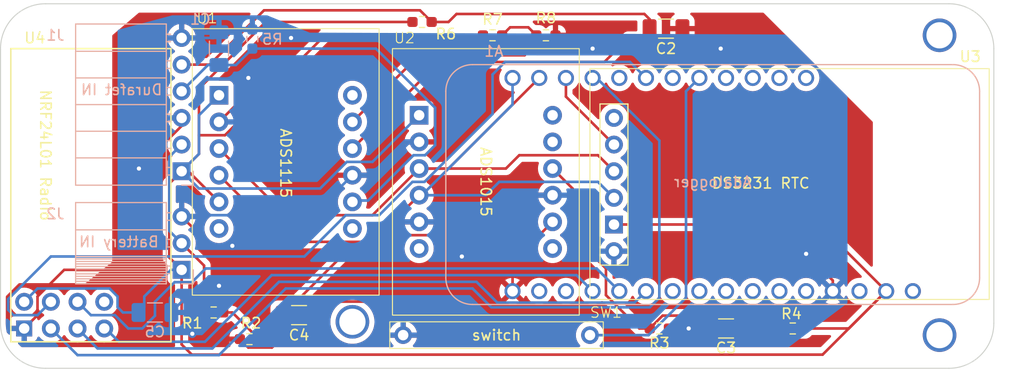
<source format=kicad_pcb>
(kicad_pcb (version 20221018) (generator pcbnew)
  (layers (0 "F.Cu" signal) (31 "B.Cu" signal) (34 "B.Paste" user) (35 "F.Paste" user) (36 "B.SilkS" user "B.Silkscreen") (37 "F.SilkS" user "F.Silkscreen") (38 "B.Mask" user) (39 "F.Mask" user) (44 "Edge.Cuts" user))
  (net 0 "")
  (net 1 "GND")
  (net 2 "Net-(A1-D6)")
  (net 3 "Net-(A1-D10)")
  (net 4 "SCK")
  (net 5 "MOSI")
  (net 6 "MISO")
  (net 8 "pH")
  (net 9 "Net-(U1-AIN3)")
  (net 10 "SDA")
  (net 11 "SCL")
  (net 12 "Net-(U2-AIN0)")
  (net 13 "Net-(U2-AIN2)")
  (net 15 "Net-(A1-D5)")
  (net 16 "Net-(A1-D12)")
  (net 17 "+BATT")
  (net 18 "-BATT")
  (net 37 "RTH_High")
  (footprint "Capacitor_SMD:C_1206_3216Metric_Pad1.33x1.80mm_HandSolder" (layer "F.Cu") (at 129.54 95.25)
    (fp_text reference "C4" (at 0 1.905) (layer "F.SilkS"))
    (fp_text value "C")
    (fp_line (start -0.711252 -0.91) (end 0.711252 -0.91) (stroke (width 0.12)) (layer "F.SilkS"))
    (fp_line (start -0.711252 0.91) (end 0.711252 0.91) (stroke (width 0.12)) (layer "F.SilkS"))
    (pad "1" smd roundrect (at -1.5625 0) (size 1.325 1.8) (layers "F.Cu" "F.Paste" "F.Mask") (roundrect_rratio 0.1886792453) (net 12 "Net-(U2-AIN0)"))
    (pad "2" smd roundrect (at 1.5625 0) (size 1.325 1.8) (layers "F.Cu" "F.Paste" "F.Mask") (roundrect_rratio 0.1886792453) (net 1 "GND"))
  )
  (footprint "Library:REED_amelia" (layer "F.Cu") (at 148.336 97.155)
    (fp_text reference "SW1" (at 10.414 -2.159 unlocked) (layer "F.SilkS") (effects (font (thickness 0.1))))
    (fp_text value "SW_Reed")
    (fp_rect (start -10.16 -1.27) (end 10.16 1.27) (stroke (width 0.1)) (fill none) (layer "F.SilkS"))
    (pad "1" thru_hole circle (at -8.89 0 90) (size 1.6764 1.6764) (drill 1) (layers "*.Cu" "*.Mask") (net 1 "GND"))
    (pad "2" thru_hole circle (at 8.89 0 90) (size 1.6764 1.6764) (drill 1) (layers "*.Cu" "*.Mask") (net 16 "Net-(A1-D12)"))
  )
  (footprint "Library:mountinghole_amelia" (layer "F.Cu") (at 190.5 68.58)
    (fp_text reference "REF**" hide)
    (fp_text value "mountinghole_amelia")
    (pad "P$1" thru_hole circle (at 0 0) (size 3.2 3.2) (drill 2.5) (layers "*.Cu" "*.Mask"))
  )
  (footprint "Resistor_SMD:R_0603_1608Metric_Pad0.98x0.95mm_HandSolder" (layer "F.Cu") (at 176.53 96.52 180)
    (fp_text reference "R4" (at 0.127 1.397) (layer "F.SilkS"))
    (fp_text value "R_US")
    (fp_line (start -0.254724 -0.5225) (end 0.254724 -0.5225) (stroke (width 0.12)) (layer "F.SilkS"))
    (fp_line (start -0.254724 0.5225) (end 0.254724 0.5225) (stroke (width 0.12)) (layer "F.SilkS"))
    (pad "1" smd roundrect (at -0.9125 0 180) (size 0.975 0.95) (layers "F.Cu" "F.Paste" "F.Mask") (net 17 "+BATT"))
    (pad "2" smd roundrect (at 0.9125 0 180) (size 0.975 0.95) (layers "F.Cu" "F.Paste" "F.Mask") (net 13 "Net-(U2-AIN2)"))
  )
  (footprint "Library:ADC_amelia_nomount" (layer "F.Cu") (at 128.27 80.645 -90)
    (fp_text reference "U1" (at -13.716 7.493 unlocked) (layer "F.SilkS") (effects (font (thickness 0.1))))
    (fp_text value "ADS_Ritger")
    (fp_rect (start -12.7 -8.89) (end 12.7 8.89) (stroke (width 0.1)) (fill none) (layer "F.SilkS"))
    (pad "1" thru_hole rect (at -6.35 6.35) (size 1.778 1.778) (drill 1) (layers "*.Cu" "*.Mask") (net 17 "+BATT"))
    (pad "2" thru_hole circle (at -3.81 6.35) (size 1.778 1.778) (drill 1) (layers "*.Cu" "*.Mask") (net 1 "GND"))
    (pad "3" thru_hole circle (at -1.27 6.35) (size 1.778 1.778) (drill 1) (layers "*.Cu" "*.Mask") (net 11 "SCL"))
    (pad "4" thru_hole circle (at 1.27 6.35) (size 1.778 1.778) (drill 1) (layers "*.Cu" "*.Mask") (net 10 "SDA"))
    (pad "5" thru_hole circle (at 3.81 6.35) (size 1.778 1.778) (drill 1) (layers "*.Cu" "*.Mask") (net 17 "+BATT"))
    (pad "6" thru_hole circle (at 6.35 6.35) (size 1.778 1.778) (drill 1) (layers "*.Cu" "*.Mask"))
    (pad "7" thru_hole circle (at -6.35 -6.35) (size 1.778 1.778) (drill 1) (layers "*.Cu" "*.Mask"))
    (pad "8" thru_hole circle (at -3.81 -6.35) (size 1.778 1.778) (drill 1) (layers "*.Cu" "*.Mask") (net 9 "Net-(U1-AIN3)"))
    (pad "9" thru_hole circle (at -1.27 -6.35) (size 1.778 1.778) (drill 1) (layers "*.Cu" "*.Mask") (net 37 "RTH_High"))
    (pad "10" thru_hole circle (at 1.27 -6.35) (size 1.778 1.778) (drill 1) (layers "*.Cu" "*.Mask") (net 1 "GND"))
    (pad "11" thru_hole circle (at 3.81 -6.35) (size 1.778 1.778) (drill 1) (layers "*.Cu" "*.Mask") (net 8 "pH"))
    (pad "12" thru_hole circle (at 6.35 -6.35) (size 1.778 1.778) (drill 1) (layers "*.Cu" "*.Mask"))
  )
  (footprint "Resistor_SMD:R_0603_1608Metric_Pad0.98x0.95mm_HandSolder" (layer "F.Cu") (at 153.035 68.58 180)
    (fp_text reference "R8" (at 0 1.651 180) (layer "F.SilkS"))
    (fp_text value "R_US")
    (fp_line (start -0.254724 -0.5225) (end 0.254724 -0.5225) (stroke (width 0.12)) (layer "F.SilkS"))
    (fp_line (start -0.254724 0.5225) (end 0.254724 0.5225) (stroke (width 0.12)) (layer "F.SilkS"))
    (pad "1" smd roundrect (at -0.9125 0 180) (size 0.975 0.95) (layers "F.Cu" "F.Paste" "F.Mask") (net 1 "GND"))
    (pad "2" smd roundrect (at 0.9125 0 180) (size 0.975 0.95) (layers "F.Cu" "F.Paste" "F.Mask") (net 9 "Net-(U1-AIN3)"))
  )
  (footprint "Capacitor_SMD:C_1206_3216Metric_Pad1.33x1.80mm_HandSolder" (layer "F.Cu") (at 164.465 67.945)
    (fp_text reference "C2" (at 0 1.905) (layer "F.SilkS"))
    (fp_text value "C")
    (fp_line (start -0.711252 -0.91) (end 0.711252 -0.91) (stroke (width 0.12)) (layer "F.SilkS"))
    (fp_line (start -0.711252 0.91) (end 0.711252 0.91) (stroke (width 0.12)) (layer "F.SilkS"))
    (pad "1" smd roundrect (at -1.5625 0) (size 1.325 1.8) (layers "F.Cu" "F.Paste" "F.Mask") (roundrect_rratio 0.1886792453) (net 37 "RTH_High"))
    (pad "2" smd roundrect (at 1.5625 0) (size 1.325 1.8) (layers "F.Cu" "F.Paste" "F.Mask") (roundrect_rratio 0.1886792453) (net 1 "GND"))
  )
  (footprint "Resistor_SMD:R_0603_1608Metric_Pad0.98x0.95mm_HandSolder" (layer "F.Cu") (at 163.83 96.52)
    (fp_text reference "R3" (at 0 1.397) (layer "F.SilkS"))
    (fp_text value "R_US")
    (fp_line (start -0.254724 -0.5225) (end 0.254724 -0.5225) (stroke (width 0.12)) (layer "F.SilkS"))
    (fp_line (start -0.254724 0.5225) (end 0.254724 0.5225) (stroke (width 0.12)) (layer "F.SilkS"))
    (pad "1" smd roundrect (at -0.9125 0) (size 0.975 0.95) (layers "F.Cu" "F.Paste" "F.Mask") (net 13 "Net-(U2-AIN2)"))
    (pad "2" smd roundrect (at 0.9125 0) (size 0.975 0.95) (layers "F.Cu" "F.Paste" "F.Mask") (net 1 "GND"))
  )
  (footprint "Library:mountinghole_amelia" (layer "F.Cu") (at 190.5 97.155)
    (fp_text reference "REF**" hide)
    (fp_text value "mountinghole_amelia")
    (pad "P$1" thru_hole circle (at 0 0) (size 3.2 3.2) (drill 2.5) (layers "*.Cu" "*.Mask"))
  )
  (footprint "Library:DS3231RTC_amelia" (layer "F.Cu") (at 159.258 73.944)
    (fp_text reference "U3" (at 34.163 -3.332) (layer "F.SilkS"))
    (fp_text value "DS3231MZ")
    (fp_line (start -1.076 1.18) (end -1.076 16.54) (stroke (width 0.12)) (layer "F.SilkS"))
    (fp_line (start -1.076 1.18) (end 1.584 1.18) (stroke (width 0.12)) (layer "F.SilkS"))
    (fp_line (start -1.076 16.54) (end 1.584 16.54) (stroke (width 0.12)) (layer "F.SilkS"))
    (fp_line (start 0.254 1.18) (end 1.584 1.18) (stroke (width 0.12)) (layer "F.SilkS"))
    (fp_line (start 1.584 1.18) (end 1.584 2.51) (stroke (width 0.12)) (layer "F.SilkS"))
    (fp_line (start 1.584 1.18) (end 1.584 16.54) (stroke (width 0.12)) (layer "F.SilkS"))
    (fp_rect (start -2.032 -2.188) (end 35.968 19.812) (stroke (width 0.1)) (fill none) (layer "F.SilkS"))
    (pad "1" thru_hole circle (at 0.254 2.51) (size 1.7 1.7) (drill 1) (layers "*.Cu" "*.Mask"))
    (pad "2" thru_hole oval (at 0.254 5.05) (size 1.7 1.7) (drill 1) (layers "*.Cu" "*.Mask") (net 15 "Net-(A1-D5)"))
    (pad "3" thru_hole oval (at 0.254 7.59) (size 1.7 1.7) (drill 1) (layers "*.Cu" "*.Mask") (net 11 "SCL"))
    (pad "4" thru_hole oval (at 0.254 10.13) (size 1.7 1.7) (drill 1) (layers "*.Cu" "*.Mask") (net 10 "SDA"))
    (pad "5" thru_hole rect (at 0.254 12.67) (size 1.7 1.7) (drill 1) (layers "*.Cu" "*.Mask") (net 17 "+BATT"))
    (pad "6" thru_hole oval (at 0.254 15.21) (size 1.7 1.7) (drill 1) (layers "*.Cu" "*.Mask") (net 1 "GND"))
  )
  (footprint "Library:ADC_amelia_nomount" (layer "F.Cu") (at 147.32 82.55 -90)
    (fp_text reference "U2" (at -13.716 7.747 unlocked) (layer "F.SilkS") (effects (font (thickness 0.1))))
    (fp_text value "ADS_Ritger")
    (fp_rect (start -12.7 -8.89) (end 12.7 8.89) (stroke (width 0.1)) (fill none) (layer "F.SilkS"))
    (pad "1" thru_hole rect (at -6.35 6.35) (size 1.778 1.778) (drill 1) (layers "*.Cu" "*.Mask") (net 17 "+BATT"))
    (pad "2" thru_hole circle (at -3.81 6.35) (size 1.778 1.778) (drill 1) (layers "*.Cu" "*.Mask") (net 1 "GND"))
    (pad "3" thru_hole circle (at -1.27 6.35) (size 1.778 1.778) (drill 1) (layers "*.Cu" "*.Mask") (net 11 "SCL"))
    (pad "4" thru_hole circle (at 1.27 6.35) (size 1.778 1.778) (drill 1) (layers "*.Cu" "*.Mask") (net 10 "SDA"))
    (pad "5" thru_hole circle (at 3.81 6.35) (size 1.778 1.778) (drill 1) (layers "*.Cu" "*.Mask") (net 1 "GND"))
    (pad "6" thru_hole circle (at 6.35 6.35) (size 1.778 1.778) (drill 1) (layers "*.Cu" "*.Mask"))
    (pad "7" thru_hole circle (at -6.35 -6.35) (size 1.778 1.778) (drill 1) (layers "*.Cu" "*.Mask"))
    (pad "8" thru_hole circle (at -3.81 -6.35) (size 1.778 1.778) (drill 1) (layers "*.Cu" "*.Mask"))
    (pad "9" thru_hole circle (at -1.27 -6.35) (size 1.778 1.778) (drill 1) (layers "*.Cu" "*.Mask") (net 13 "Net-(U2-AIN2)"))
    (pad "10" thru_hole circle (at 1.27 -6.35) (size 1.778 1.778) (drill 1) (layers "*.Cu" "*.Mask") (net 1 "GND"))
    (pad "11" thru_hole circle (at 3.81 -6.35) (size 1.778 1.778) (drill 1) (layers "*.Cu" "*.Mask") (net 12 "Net-(U2-AIN0)"))
    (pad "12" thru_hole circle (at 6.35 -6.35) (size 1.778 1.778) (drill 1) (layers "*.Cu" "*.Mask"))
  )
  (footprint "Resistor_SMD:R_0603_1608Metric_Pad0.98x0.95mm_HandSolder" (layer "F.Cu") (at 121.412 94.996)
    (fp_text reference "R1" (at -2.032 1.016) (layer "F.SilkS"))
    (fp_text value "R_US")
    (fp_line (start -0.254724 -0.5225) (end 0.254724 -0.5225) (stroke (width 0.12)) (layer "F.SilkS"))
    (fp_line (start -0.254724 0.5225) (end 0.254724 0.5225) (stroke (width 0.12)) (layer "F.SilkS"))
    (pad "1" smd roundrect (at -0.9125 0) (size 0.975 0.95) (layers "F.Cu" "F.Paste" "F.Mask") (net 18 "-BATT"))
    (pad "2" smd roundrect (at 0.9125 0) (size 0.975 0.95) (layers "F.Cu" "F.Paste" "F.Mask") (net 12 "Net-(U2-AIN0)"))
  )
  (footprint "Library:mountinghole_amelia" (layer "F.Cu") (at 134.62 95.885)
    (fp_text reference "REF**" hide)
    (fp_text value "mountinghole_amelia")
    (pad "P$1" thru_hole circle (at 0 0) (size 3.2 3.2) (drill 2.5) (layers "*.Cu" "*.Mask"))
  )
  (footprint "Capacitor_SMD:C_1206_3216Metric_Pad1.33x1.80mm_HandSolder" (layer "F.Cu") (at 170.18 96.52 180)
    (fp_text reference "C3" (at 0 -1.85) (layer "F.SilkS"))
    (fp_text value "C")
    (fp_line (start -0.711252 -0.91) (end 0.711252 -0.91) (stroke (width 0.12)) (layer "F.SilkS"))
    (fp_line (start -0.711252 0.91) (end 0.711252 0.91) (stroke (width 0.12)) (layer "F.SilkS"))
    (pad "1" smd roundrect (at -1.5625 0 180) (size 1.325 1.8) (layers "F.Cu" "F.Paste" "F.Mask") (roundrect_rratio 0.1886792453) (net 13 "Net-(U2-AIN2)"))
    (pad "2" smd roundrect (at 1.5625 0 180) (size 1.325 1.8) (layers "F.Cu" "F.Paste" "F.Mask") (roundrect_rratio 0.1886792453) (net 1 "GND"))
  )
  (footprint "Resistor_SMD:R_0603_1608Metric_Pad0.98x0.95mm_HandSolder" (layer "F.Cu") (at 147.955 68.58 180)
    (fp_text reference "R7" (at 0 1.524 180) (layer "F.SilkS"))
    (fp_text value "R_US")
    (fp_line (start -0.254724 -0.5225) (end 0.254724 -0.5225) (stroke (width 0.12)) (layer "F.SilkS"))
    (fp_line (start -0.254724 0.5225) (end 0.254724 0.5225) (stroke (width 0.12)) (layer "F.SilkS"))
    (pad "1" smd roundrect (at -0.9125 0 180) (size 0.975 0.95) (layers "F.Cu" "F.Paste" "F.Mask") (net 9 "Net-(U1-AIN3)"))
    (pad "2" smd roundrect (at 0.9125 0 180) (size 0.975 0.95) (layers "F.Cu" "F.Paste" "F.Mask") (net 17 "+BATT"))
  )
  (footprint "Resistor_SMD:R_0603_1608Metric_Pad0.98x0.95mm_HandSolder" (layer "F.Cu") (at 124.8175 97.536 180)
    (fp_text reference "R2" (at -0.1505 1.524) (layer "F.SilkS"))
    (fp_text value "R_US")
    (fp_line (start -0.254724 -0.5225) (end 0.254724 -0.5225) (stroke (width 0.12)) (layer "F.SilkS"))
    (fp_line (start -0.254724 0.5225) (end 0.254724 0.5225) (stroke (width 0.12)) (layer "F.SilkS"))
    (pad "1" smd roundrect (at -0.9125 0 180) (size 0.975 0.95) (layers "F.Cu" "F.Paste" "F.Mask") (net 12 "Net-(U2-AIN0)"))
    (pad "2" smd roundrect (at 0.9125 0 180) (size 0.975 0.95) (layers "F.Cu" "F.Paste" "F.Mask") (net 1 "GND"))
  )
  (footprint "Library:NRF24L01Module" (layer "F.Cu") (at 105.918 93.98 90)
    (fp_text reference "U4" (at 25.146 -1.524) (layer "F.SilkS"))
    (fp_text value "NRF24L01_Breakout")
    (fp_line (start -3.81 -3.81) (end -3.81 11.43) (stroke (width 0.15)) (layer "F.SilkS"))
    (fp_line (start -3.81 11.43) (end 24.13 11.43) (stroke (width 0.15)) (layer "F.SilkS"))
    (fp_line (start 24.13 -3.81) (end -3.81 -3.81) (stroke (width 0.15)) (layer "F.SilkS"))
    (fp_line (start 24.13 11.43) (end 24.13 -3.81) (stroke (width 0.15)) (layer "F.SilkS"))
    (pad "1" thru_hole rect (at -2.54 -2.54 90) (size 1.524 1.524) (drill 1) (layers "*.Cu" "*.Mask") (net 1 "GND"))
    (pad "2" thru_hole circle (at 0 -2.54 90) (size 1.7 1.7) (drill 1) (layers "*.Cu" "*.Mask") (net 17 "+BATT"))
    (pad "3" thru_hole circle (at -2.54 0 90) (size 1.7 1.7) (drill 1) (layers "*.Cu" "*.Mask") (net 2 "Net-(A1-D6)"))
    (pad "4" thru_hole circle (at 0 0 90) (size 1.7 1.7) (drill 1) (layers "*.Cu" "*.Mask") (net 3 "Net-(A1-D10)"))
    (pad "5" thru_hole circle (at -2.54 2.54 90) (size 1.7 1.7) (drill 1) (layers "*.Cu" "*.Mask") (net 4 "SCK"))
    (pad "6" thru_hole circle (at 0 2.54 90) (size 1.7 1.7) (drill 1) (layers "*.Cu" "*.Mask") (net 5 "MOSI"))
    (pad "7" thru_hole circle (at -2.54 5.08 90) (size 1.7 1.7) (drill 1) (layers "*.Cu" "*.Mask") (net 6 "MISO"))
    (pad "8" thru_hole circle (at 0 5.08 90) (size 1.7 1.7) (drill 1) (layers "*.Cu" "*.Mask"))
  )
  (footprint "Resistor_SMD:R_0603_1608Metric_Pad0.98x0.95mm_HandSolder" (layer "F.Cu") (at 141.2475 67.31)
    (fp_text reference "R6" (at 2.2625 1.143) (layer "F.SilkS"))
    (fp_text value "R_US")
    (fp_line (start -0.254724 -0.5225) (end 0.254724 -0.5225) (stroke (width 0.12)) (layer "F.SilkS"))
    (fp_line (start -0.254724 0.5225) (end 0.254724 0.5225) (stroke (width 0.12)) (layer "F.SilkS"))
    (pad "1" smd roundrect (at -0.9125 0) (size 0.975 0.95) (layers "F.Cu" "F.Paste" "F.Mask") (net 17 "+BATT"))
    (pad "2" smd roundrect (at 0.9125 0) (size 0.975 0.95) (layers "F.Cu" "F.Paste" "F.Mask") (net 37 "RTH_High"))
  )
  (footprint "Connector_PinSocket_2.54mm:PinSocket_1x03_P2.54mm_Horizontal" (layer "B.Cu") (at 118.364 90.932)
    (fp_text reference "J2" (at -12.02 -5.334 -360) (layer "B.SilkS") (effects (justify mirror)))
    (fp_text value "Conn_01x03_Pin")
    (fp_line (start -10.09 -6.41) (end -1.46 -6.41) (stroke (width 0.12)) (layer "B.SilkS"))
    (fp_line (start -10.09 -3.81) (end -1.46 -3.81) (stroke (width 0.12)) (layer "B.SilkS"))
    (fp_line (start -10.09 -1.27) (end -1.46 -1.27) (stroke (width 0.12)) (layer "B.SilkS"))
    (fp_line (start -10.09 -1.033805) (end -1.46 -1.033805) (stroke (width 0.12)) (layer "B.SilkS"))
    (fp_line (start -10.09 -0.797615) (end -1.46 -0.797615) (stroke (width 0.12)) (layer "B.SilkS"))
    (fp_line (start -10.09 -0.561425) (end -1.46 -0.561425) (stroke (width 0.12)) (layer "B.SilkS"))
    (fp_line (start -10.09 -0.325235) (end -1.46 -0.325235) (stroke (width 0.12)) (layer "B.SilkS"))
    (fp_line (start -10.09 -0.089045) (end -1.46 -0.089045) (stroke (width 0.12)) (layer "B.SilkS"))
    (fp_line (start -10.09 0.147145) (end -1.46 0.147145) (stroke (width 0.12)) (layer "B.SilkS"))
    (fp_line (start -10.09 0.383335) (end -1.46 0.383335) (stroke (width 0.12)) (layer "B.SilkS"))
    (fp_line (start -10.09 0.619525) (end -1.46 0.619525) (stroke (width 0.12)) (layer "B.SilkS"))
    (fp_line (start -10.09 0.855715) (end -1.46 0.855715) (stroke (width 0.12)) (layer "B.SilkS"))
    (fp_line (start -10.09 1.091905) (end -1.46 1.091905) (stroke (width 0.12)) (layer "B.SilkS"))
    (fp_line (start -10.09 1.33) (end -10.09 -6.41) (stroke (width 0.12)) (layer "B.SilkS"))
    (fp_line (start -10.09 1.33) (end -1.46 1.33) (stroke (width 0.12)) (layer "B.SilkS"))
    (fp_line (start -1.46 -5.44) (end -1.05 -5.44) (stroke (width 0.12)) (layer "B.SilkS"))
    (fp_line (start -1.46 -4.72) (end -1.05 -4.72) (stroke (width 0.12)) (layer "B.SilkS"))
    (fp_line (start -1.46 -2.9) (end -1.05 -2.9) (stroke (width 0.12)) (layer "B.SilkS"))
    (fp_line (start -1.46 -2.18) (end -1.05 -2.18) (stroke (width 0.12)) (layer "B.SilkS"))
    (fp_line (start -1.46 -0.36) (end -1.11 -0.36) (stroke (width 0.12)) (layer "B.SilkS"))
    (fp_line (start -1.46 0.36) (end -1.11 0.36) (stroke (width 0.12)) (layer "B.SilkS"))
    (fp_line (start -1.46 1.33) (end -1.46 -6.41) (stroke (width 0.12)) (layer "B.SilkS"))
    (fp_line (start 0 1.33) (end 1.11 1.33) (stroke (width 0.12)) (layer "B.SilkS"))
    (fp_line (start 1.11 1.33) (end 1.11 0) (stroke (width 0.12)) (layer "B.SilkS"))
    (pad "1" thru_hole rect (at 0 0) (size 1.7 1.7) (drill 1) (layers "*.Cu" "*.Mask") (net 17 "+BATT"))
    (pad "2" thru_hole oval (at 0 -2.54) (size 1.7 1.7) (drill 1) (layers "*.Cu" "*.Mask") (net 18 "-BATT"))
    (pad "3" thru_hole oval (at 0 -5.08) (size 1.7 1.7) (drill 1) (layers "*.Cu" "*.Mask") (net 1 "GND"))
  )
  (footprint "Resistor_SMD:R_0603_1608Metric_Pad0.98x0.95mm_HandSolder" (layer "B.Cu") (at 125.095 68.9375 90)
    (fp_text reference "R5" (at -0.0235 1.905) (layer "B.SilkS") (effects (justify mirror)))
    (fp_text value "R_US")
    (fp_line (start -0.254724 -0.5225) (end 0.254724 -0.5225) (stroke (width 0.12)) (layer "B.SilkS"))
    (fp_line (start -0.254724 0.5225) (end 0.254724 0.5225) (stroke (width 0.12)) (layer "B.SilkS"))
    (pad "1" smd roundrect (at -0.9125 0 90) (size 0.975 0.95) (layers "B.Cu" "B.Paste" "B.Mask") (net 8 "pH"))
    (pad "2" smd roundrect (at 0.9125 0 90) (size 0.975 0.95) (layers "B.Cu" "B.Paste" "B.Mask") (net 1 "GND"))
  )
  (footprint "Library:Adalogger_amelia_nomount" (layer "B.Cu") (at 168.91 82.804 180)
    (fp_text reference "A1" (at 20.828 12.7) (layer "B.SilkS") (effects (justify mirror)))
    (fp_text value "Adafruit_Feather_M0_Adalogger")
    (fp_line (start -25.4 -8.89) (end -25.4 8.89) (stroke (width 0.127)) (layer "B.SilkS"))
    (fp_line (start -22.86 11.43) (end 22.86 11.43) (stroke (width 0.127)) (layer "B.SilkS"))
    (fp_line (start 22.86 -11.43) (end -22.86 -11.43) (stroke (width 0.127)) (layer "B.SilkS"))
    (fp_line (start 25.4 8.89) (end 25.4 -8.89) (stroke (width 0.127)) (layer "B.SilkS"))
    (fp_arc (start -25.4 -8.89) (mid -24.656051 -10.686051) (end -22.86 -11.43) (stroke (width 0.127)) (layer "B.SilkS"))
    (fp_arc (start -22.86 11.43) (mid -24.656051 10.686051) (end -25.4 8.89) (stroke (width 0.127)) (layer "B.SilkS"))
    (fp_arc (start 22.86 -11.43) (mid 24.656051 -10.686051) (end 25.4 -8.89) (stroke (width 0.127)) (layer "B.SilkS"))
    (fp_arc (start 25.4 8.89) (mid 24.656051 10.686051) (end 22.86 11.43) (stroke (width 0.127)) (layer "B.SilkS"))
    (pad "1" thru_hole circle (at -19.05 -10.16 180) (size 1.53 1.53) (drill 1.02) (layers "*.Cu" "*.Mask"))
    (pad "2" thru_hole circle (at -16.51 -10.16 180) (size 1.53 1.53) (drill 1.02) (layers "*.Cu" "*.Mask") (net 17 "+BATT"))
    (pad "3" thru_hole circle (at -13.97 -10.16 180) (size 1.53 1.53) (drill 1.02) (layers "*.Cu" "*.Mask"))
    (pad "4" thru_hole circle (at -11.43 -10.16 180) (size 1.53 1.53) (drill 1.02) (layers "*.Cu" "*.Mask") (net 1 "GND"))
    (pad "5" thru_hole circle (at -8.89 -10.16 180) (size 1.53 1.53) (drill 1.02) (layers "*.Cu" "*.Mask"))
    (pad "6" thru_hole circle (at -6.35 -10.16 180) (size 1.53 1.53) (drill 1.02) (layers "*.Cu" "*.Mask"))
    (pad "7" thru_hole circle (at -3.81 -10.16 180) (size 1.53 1.53) (drill 1.02) (layers "*.Cu" "*.Mask"))
    (pad "8" thru_hole circle (at -1.27 -10.16 180) (size 1.53 1.53) (drill 1.02) (layers "*.Cu" "*.Mask"))
    (pad "9" thru_hole circle (at 1.27 -10.16 180) (size 1.53 1.53) (drill 1.02) (layers "*.Cu" "*.Mask"))
    (pad "10" thru_hole circle (at 3.81 -10.16 180) (size 1.53 1.53) (drill 1.02) (layers "*.Cu" "*.Mask"))
    (pad "11" thru_hole circle (at 6.35 -10.16 180) (size 1.53 1.53) (drill 1.02) (layers "*.Cu" "*.Mask") (net 4 "SCK"))
    (pad "12" thru_hole circle (at 8.89 -10.16 180) (size 1.53 1.53) (drill 1.02) (layers "*.Cu" "*.Mask") (net 5 "MOSI"))
    (pad "13" thru_hole circle (at 11.43 -10.16 180) (size 1.53 1.53) (drill 1.02) (layers "*.Cu" "*.Mask") (net 6 "MISO"))
    (pad "14" thru_hole circle (at 13.97 -10.16 180) (size 1.53 1.53) (drill 1.02) (layers "*.Cu" "*.Mask"))
    (pad "15" thru_hole circle (at 16.51 -10.16 180) (size 1.53 1.53) (drill 1.02) (layers "*.Cu" "*.Mask"))
    (pad "16" thru_hole circle (at 19.05 -10.16 180) (size 1.53 1.53) (drill 1.02) (layers "*.Cu" "*.Mask") (net 1 "GND"))
    (pad "17" thru_hole circle (at 19.05 10.16 180) (size 1.53 1.53) (drill 1.02) (layers "*.Cu" "*.Mask") (net 10 "SDA"))
    (pad "18" thru_hole circle (at 16.51 10.16 180) (size 1.53 1.53) (drill 1.02) (layers "*.Cu" "*.Mask") (net 11 "SCL"))
    (pad "19" thru_hole circle (at 13.97 10.16 180) (size 1.53 1.53) (drill 1.02) (layers "*.Cu" "*.Mask") (net 15 "Net-(A1-D5)"))
    (pad "20" thru_hole circle (at 11.43 10.16 180) (size 1.53 1.53) (drill 1.02) (layers "*.Cu" "*.Mask") (net 2 "Net-(A1-D6)"))
    (pad "21" thru_hole circle (at 8.89 10.16 180) (size 1.53 1.53) (drill 1.02) (layers "*.Cu" "*.Mask"))
    (pad "22" thru_hole circle (at 6.35 10.16 180) (size 1.53 1.53) (drill 1.02) (layers "*.Cu" "*.Mask") (net 3 "Net-(A1-D10)"))
    (pad "23" thru_hole circle (at 3.81 10.16 180) (size 1.53 1.53) (drill 1.02) (layers "*.Cu" "*.Mask"))
    (pad "24" thru_hole circle (at 1.27 10.16 180) (size 1.53 1.53) (drill 1.02) (layers "*.Cu" "*.Mask") (net 16 "Net-(A1-D12)"))
    (pad "25" thru_hole circle (at -1.27 10.16 180) (size 1.53 1.53) (drill 1.02) (layers "*.Cu" "*.Mask"))
    (pad "26" thru_hole circle (at -3.81 10.16 180) (size 1.53 1.53) (drill 1.02) (layers "*.Cu" "*.Mask"))
    (pad "27" thru_hole circle (at -6.35 10.16 180) (size 1.53 1.53) (drill 1.02) (layers "*.Cu" "*.Mask"))
    (pad "28" thru_hole circle (at -8.89 10.16 180) (size 1.53 1.53) (drill 1.02) (layers "*.Cu" "*.Mask"))
  )
  (footprint "Capacitor_SMD:C_1206_3216Metric_Pad1.33x1.80mm_HandSolder" (layer "B.Cu") (at 115.824 94.996)
    (fp_text reference "C5" (at 0 1.85 180) (layer "B.SilkS") (effects (justify mirror)))
    (fp_text value "C")
    (fp_line (start -0.711252 -0.91) (end 0.711252 -0.91) (stroke (width 0.12)) (layer "B.SilkS"))
    (fp_line (start -0.711252 0.91) (end 0.711252 0.91) (stroke (width 0.12)) (layer "B.SilkS"))
    (pad "1" smd roundrect (at -1.5625 0) (size 1.325 1.8) (layers "B.Cu" "B.Paste" "B.Mask") (roundrect_rratio 0.1886792453) (net 17 "+BATT"))
    (pad "2" smd roundrect (at 1.5625 0) (size 1.325 1.8) (layers "B.Cu" "B.Paste" "B.Mask") (roundrect_rratio 0.1886792453) (net 1 "GND"))
  )
  (footprint "Connector_PinSocket_2.54mm:PinSocket_1x06_P2.54mm_Horizontal" (layer "B.Cu") (at 118.364 81.534)
    (fp_text reference "J1" (at -12.02 -12.954) (layer "B.SilkS") (effects (justify mirror)))
    (fp_text value "Conn_01x06_Pin")
    (fp_line (start -10.09 -14.03) (end -1.46 -14.03) (stroke (width 0.12)) (layer "B.SilkS"))
    (fp_line (start -10.09 -11.43) (end -1.46 -11.43) (stroke (width 0.12)) (layer "B.SilkS"))
    (fp_line (start -10.09 -8.89) (end -1.46 -8.89) (stroke (width 0.12)) (layer "B.SilkS"))
    (fp_line (start -10.09 -6.35) (end -1.46 -6.35) (stroke (width 0.12)) (layer "B.SilkS"))
    (fp_line (start -10.09 -3.81) (end -1.46 -3.81) (stroke (width 0.12)) (layer "B.SilkS"))
    (fp_line (start -10.09 -1.27) (end -1.46 -1.27) (stroke (width 0.12)) (layer "B.SilkS"))
    (fp_line (start -10.09 1.33) (end -10.09 -14.03) (stroke (width 0.12)) (layer "B.SilkS"))
    (fp_line (start -10.09 1.33) (end -1.46 1.33) (stroke (width 0.12)) (layer "B.SilkS"))
    (fp_line (start -1.46 -13.06) (end -1.05 -13.06) (stroke (width 0.12)) (layer "B.SilkS"))
    (fp_line (start -1.46 -12.34) (end -1.05 -12.34) (stroke (width 0.12)) (layer "B.SilkS"))
    (fp_line (start -1.46 -10.52) (end -1.05 -10.52) (stroke (width 0.12)) (layer "B.SilkS"))
    (fp_line (start -1.46 -9.8) (end -1.05 -9.8) (stroke (width 0.12)) (layer "B.SilkS"))
    (fp_line (start -1.46 -7.98) (end -1.05 -7.98) (stroke (width 0.12)) (layer "B.SilkS"))
    (fp_line (start -1.46 -7.26) (end -1.05 -7.26) (stroke (width 0.12)) (layer "B.SilkS"))
    (fp_line (start -1.46 -5.44) (end -1.05 -5.44) (stroke (width 0.12)) (layer "B.SilkS"))
    (fp_line (start -1.46 -4.72) (end -1.05 -4.72) (stroke (width 0.12)) (layer "B.SilkS"))
    (fp_line (start -1.46 -2.9) (end -1.05 -2.9) (stroke (width 0.12)) (layer "B.SilkS"))
    (fp_line (start -1.46 -2.18) (end -1.05 -2.18) (stroke (width 0.12)) (layer "B.SilkS"))
    (fp_line (start -1.46 -0.36) (end -1.11 -0.36) (stroke (width 0.12)) (layer "B.SilkS"))
    (fp_line (start -1.46 0.36) (end -1.11 0.36) (stroke (width 0.12)) (layer "B.SilkS"))
    (fp_line (start -1.46 1.33) (end -1.46 -14.03) (stroke (width 0.12)) (layer "B.SilkS"))
    (fp_line (start 0 1.33) (end 1.11 1.33) (stroke (width 0.12)) (layer "B.SilkS"))
    (fp_line (start 1.11 1.33) (end 1.11 0) (stroke (width 0.12)) (layer "B.SilkS"))
    (pad "1" thru_hole rect (at 0 0) (size 1.7 1.7) (drill 1) (layers "*.Cu" "*.Mask") (net 17 "+BATT"))
    (pad "2" thru_hole oval (at 0 -2.54) (size 1.7 1.7) (drill 1) (layers "*.Cu" "*.Mask") (net 18 "-BATT"))
    (pad "3" thru_hole oval (at 0 -5.08) (size 1.7 1.7) (drill 1) (layers "*.Cu" "*.Mask") (net 1 "GND"))
    (pad "4" thru_hole oval (at 0 -7.62) (size 1.7 1.7) (drill 1) (layers "*.Cu" "*.Mask") (net 8 "pH"))
    (pad "5" thru_hole oval (at 0 -10.16) (size 1.7 1.7) (drill 1) (layers "*.Cu" "*.Mask") (net 37 "RTH_High"))
    (pad "6" thru_hole oval (at 0 -12.7) (size 1.7 1.7) (drill 1) (layers "*.Cu" "*.Mask") (net 1 "GND"))
  )
  (footprint "Capacitor_SMD:C_1206_3216Metric_Pad1.33x1.80mm_HandSolder" (layer "B.Cu") (at 121.92 69.85 90)
    (fp_text reference "C1" (at 2.794 -1.778) (layer "B.SilkS") (effects (justify mirror)))
    (fp_text value "C")
    (fp_line (start -0.711252 -0.91) (end 0.711252 -0.91) (stroke (width 0.12)) (layer "B.SilkS"))
    (fp_line (start -0.711252 0.91) (end 0.711252 0.91) (stroke (width 0.12)) (layer "B.SilkS"))
    (pad "1" smd roundrect (at -1.5625 0 90) (size 1.325 1.8) (layers "B.Cu" "B.Paste" "B.Mask") (roundrect_rratio 0.1886792453) (net 8 "pH"))
    (pad "2" smd roundrect (at 1.5625 0 90) (size 1.325 1.8) (layers "B.Cu" "B.Paste" "B.Mask") (roundrect_rratio 0.1886792453) (net 1 "GND"))
  )
  (gr_line (start 101.127417 69.853583) (end 101.127417 96.037166) (stroke (width 0.1)) (layer "Edge.Cuts"))
  (gr_line (start 191.386417 65.573583) (end 105.407417 65.573583) (stroke (width 0.1)) (layer "Edge.Cuts"))
  (gr_line (start 105.407417 100.317166) (end 191.387417 100.317166) (stroke (width 0.1)) (layer "Edge.Cuts"))
  (gr_arc (start 195.663834 96.040749) (mid 194.4113 99.064632) (end 191.387417 100.317166) (stroke (width 0.1)) (layer "Edge.Cuts"))
  (gr_arc (start 101.127417 69.853583) (mid 102.381 66.827166) (end 105.407417 65.573583) (stroke (width 0.1)) (layer "Edge.Cuts"))
  (gr_arc (start 105.407417 100.317166) (mid 102.381006 99.063582) (end 101.127417 96.037166) (stroke (width 0.1)) (layer "Edge.Cuts"))
  (gr_arc (start 191.386417 65.573583) (mid 194.412834 66.827166) (end 195.666417 69.853583) (stroke (width 0.1)) (layer "Edge.Cuts"))
  (gr_line (start 195.666417 69.853583) (end 195.666417 96.037166) (stroke (width 0.1)) (layer "Edge.Cuts"))
  (gr_text "Battery IN" (at 112.395 88.265) (layer "B.SilkS") (effects (font (size 1 1)) (justify mirror)))
  (gr_text "Durafet IN" (at 112.65 73.77) (layer "B.SilkS") (effects (font (size 1 1)) (justify mirror)))
  (gr_text "Adalogger" (at 168.91 82.55) (layer "B.SilkS") (effects (font (size 1 1)) (justify mirror)))
  (gr_text "ADS1015" (at 147.32 82.55 -90) (layer "F.SilkS") (effects (font (size 1 1))))
  (gr_text "DS3231 RTC" (at 173.482 82.677) (layer "F.SilkS") (effects (font (size 1 1))))
  (gr_text "NRF24L01 Radio" (at 105.41 80.01 270) (layer "F.SilkS") (effects (font (size 1 1))))
  (gr_text "ADS1115" (at 128.27 80.772 270) (layer "F.SilkS") (effects (font (size 1 1))))
  (gr_text "switch" (at 148.336 97.155) (layer "F.SilkS") (effects (font (size 1 1))))
  (segment (start 114.3 89.662) (end 113.03 90.932) (width 0.25) (layer "F.Cu") (net 1))
  (segment (start 113.03 90.932) (end 107.188 90.932) (width 0.25) (layer "F.Cu") (net 1))
  (segment (start 131.1025 95.25) (end 130.048 95.25) (width 0.25) (layer "F.Cu") (net 1))
  (segment (start 118.364 76.454) (end 118.364 77.216) (width 0.25) (layer "F.Cu") (net 1))
  (segment (start 121.158 88.646) (end 118.364 85.852) (width 0.25) (layer "F.Cu") (net 1))
  (segment (start 180.34 91.948) (end 177.8 89.408) (width 0.25) (layer "F.Cu") (net 1))
  (segment (start 145.034 89.662) (end 140.736 93.96) (width 0.25) (layer "F.Cu") (net 1))
  (segment (start 168.6175 96.52) (end 166.624 96.52) (width 0.25) (layer "F.Cu") (net 1))
  (segment (start 149.86 90.932) (end 149.86 92.964) (width 0.25) (layer "F.Cu") (net 1))
  (segment (start 164.7425 96.52) (end 166.624 96.52) (width 0.25) (layer "F.Cu") (net 1))
  (segment (start 147.32 86.36) (end 149.86 83.82) (width 0.25) (layer "F.Cu") (net 1))
  (segment (start 104.648 93.472) (end 104.648 95.25) (width 0.25) (layer "F.Cu") (net 1))
  (segment (start 123.19 88.646) (end 121.158 88.646) (width 0.25) (layer "F.Cu") (net 1))
  (segment (start 119.38 97.028) (end 119.888 97.536) (width 0.25) (layer "F.Cu") (net 1))
  (segment (start 114.3 81.28) (end 114.3 89.662) (width 0.25) (layer "F.Cu") (net 1))
  (segment (start 124.714 74.041) (end 121.92 76.835) (width 0.25) (layer "F.Cu") (net 1))
  (segment (start 148.59 89.662) (end 149.86 90.932) (width 0.25) (layer "F.Cu") (net 1))
  (segment (start 131.1025 95.25) (end 132.3925 93.96) (width 0.25) (layer "F.Cu") (net 1))
  (segment (start 118.364 77.216) (end 114.3 81.28) (width 0.25) (layer "F.Cu") (net 1))
  (segment (start 156.21 68.58) (end 157.48 69.85) (width 0.25) (layer "F.Cu") (net 1))
  (segment (start 124.714 72.644) (end 124.714 74.041) (width 0.25) (layer "F.Cu") (net 1))
  (segment (start 166.0275 67.945) (end 167.767 67.945) (width 0.25) (layer "F.Cu") (net 1))
  (segment (start 140.97 86.36) (end 147.32 86.36) (width 0.25) (layer "F.Cu") (net 1))
  (segment (start 167.767 67.945) (end 169.672 69.85) (width 0.25) (layer "F.Cu") (net 1))
  (segment (start 126.962 98.336) (end 127.762 97.536) (width 0.25) (layer "F.Cu") (net 1))
  (segment (start 130.048 95.25) (end 127.762 97.536) (width 0.25) (layer "F.Cu") (net 1))
  (segment (start 140.736 93.96) (end 132.3925 93.96) (width 0.25) (layer "F.Cu") (net 1))
  (segment (start 153.9475 68.58) (end 156.21 68.58) (width 0.25) (layer "F.Cu") (net 1))
  (segment (start 123.905 97.536) (end 124.705 98.336) (width 0.25) (layer "F.Cu") (net 1))
  (segment (start 107.188 90.932) (end 104.648 93.472) (width 0.25) (layer "F.Cu") (net 1))
  (segment (start 104.648 95.25) (end 103.378 96.52) (width 0.25) (layer "F.Cu") (net 1))
  (segment (start 153.67 83.82) (end 149.86 83.82) (width 0.25) (layer "F.Cu") (net 1))
  (segment (start 180.34 92.964) (end 180.34 91.948) (width 0.25) (layer "F.Cu") (net 1))
  (segment (start 124.705 98.336) (end 126.962 98.336) (width 0.25) (layer "F.Cu") (net 1))
  (segment (start 145.669 97.155) (end 149.86 92.964) (width 0.25) (layer "F.Cu") (net 1))
  (segment (start 139.446 97.155) (end 145.669 97.155) (width 0.25) (layer "F.Cu") (net 1))
  (segment (start 145.034 89.662) (end 148.59 89.662) (width 0.25) (layer "F.Cu") (net 1))
  (segment (start 119.888 97.536) (end 123.905 97.536) (width 0.25) (layer "F.Cu") (net 1))
  (via (at 123.19 88.646) (size 0.8) (drill 0.4) (layers "F.Cu" "B.Cu") (net 1))
  (via (at 169.672 69.85) (size 0.8) (drill 0.4) (layers "F.Cu" "B.Cu") (net 1))
  (via (at 166.624 96.52) (size 0.8) (drill 0.4) (layers "F.Cu" "B.Cu") (net 1))
  (via (at 157.48 69.85) (size 0.8) (drill 0.4) (layers "F.Cu" "B.Cu") (net 1))
  (via (at 121.92 92.456) (size 0.8) (drill 0.4) (layers "F.Cu" "B.Cu") (net 1))
  (via (at 124.714 72.644) (size 0.8) (drill 0.4) (layers "F.Cu" "B.Cu") (net 1))
  (via (at 114.3 81.28) (size 0.8) (drill 0.4) (layers "F.Cu" "B.Cu") (net 1))
  (via (at 119.38 97.028) (size 0.8) (drill 0.4) (layers "F.Cu" "B.Cu") (net 1))
  (via (at 177.8 89.408) (size 0.8) (drill 0.4) (layers "F.Cu" "B.Cu") (net 1))
  (via (at 145.034 89.662) (size 0.8) (drill 0.4) (layers "F.Cu" "B.Cu") (net 1))
  (via (at 128.778 68.834) (size 0.8) (drill 0.4) (layers "F.Cu" "B.Cu") (net 1))
  (segment (start 130.81 85.725) (end 118.491 85.725) (width 0.25) (layer "B.Cu") (net 1))
  (segment (start 134.62 81.915) (end 130.81 85.725) (width 0.25) (layer "B.Cu") (net 1))
  (segment (start 134.62 81.915) (end 136.906 81.915) (width 0.25) (layer "B.Cu") (net 1))
  (segment (start 127.969 68.025) (end 125.095 68.025) (width 0.25) (layer "B.Cu") (net 1))
  (segment (start 121.3735 68.834) (end 121.92 68.2875) (width 0.25) (layer "B.Cu") (net 1))
  (segment (start 136.906 81.915) (end 140.081 78.74) (width 0.25) (layer "B.Cu") (net 1))
  (segment (start 121.92 92.456) (end 119.888 92.456) (width 0.25) (layer "B.Cu") (net 1))
  (segment (start 140.081 78.74) (end 140.97 78.74) (width 0.25) (layer "B.Cu") (net 1))
  (segment (start 119.888 92.456) (end 117.3865 94.9575) (width 0.25) (layer "B.Cu") (net 1))
  (segment (start 118.364 68.834) (end 121.3735 68.834) (width 0.25) (layer "B.Cu") (net 1))
  (segment (start 128.778 68.834) (end 127.969 68.025) (width 0.25) (layer "B.Cu") (net 1))
  (segment (start 125.095 68.025) (end 122.1825 68.025) (width 0.25) (layer "B.Cu") (net 1))
  (segment (start 157.861 72.644) (end 163.83 78.613) (width 0.25) (layer "B.Cu") (net 2))
  (segment (start 163.83 78.613) (end 163.83 93.599) (width 0.25) (layer "B.Cu") (net 2))
  (segment (start 147.844 94.504) (end 146.05 92.71) (width 0.25) (layer "B.Cu") (net 2))
  (segment (start 121.92 99.06) (end 108.458 99.06) (width 0.25) (layer "B.Cu") (net 2))
  (segment (start 108.458 99.06) (end 105.918 96.52) (width 0.25) (layer "B.Cu") (net 2))
  (segment (start 128.27 92.71) (end 121.92 99.06) (width 0.25) (layer "B.Cu") (net 2))
  (segment (start 162.925 94.504) (end 147.844 94.504) (width 0.25) (layer "B.Cu") (net 2))
  (segment (start 146.05 92.71) (end 128.27 92.71) (width 0.25) (layer "B.Cu") (net 2))
  (segment (start 163.83 93.599) (end 162.925 94.504) (width 0.25) (layer "B.Cu") (net 2))
  (segment (start 137.16 85.725) (end 140.335 82.55) (width 0.25) (layer "B.Cu") (net 3))
  (segment (start 133.985 85.725) (end 137.16 85.725) (width 0.25) (layer "B.Cu") (net 3))
  (segment (start 102.362 95.25) (end 101.854 94.742) (width 0.25) (layer "B.Cu") (net 3))
  (segment (start 104.648 95.25) (end 102.362 95.25) (width 0.25) (layer "B.Cu") (net 3))
  (segment (start 149.151 71.12) (end 161.036 71.12) (width 0.25) (layer "B.Cu") (net 3))
  (segment (start 130.048 89.662) (end 133.985 85.725) (width 0.25) (layer "B.Cu") (net 3))
  (segment (start 140.335 82.55) (end 141.478 82.55) (width 0.25) (layer "B.Cu") (net 3))
  (segment (start 101.854 94.742) (end 101.854 93.726) (width 0.25) (layer "B.Cu") (net 3))
  (segment (start 105.918 89.662) (end 130.048 89.662) (width 0.25) (layer "B.Cu") (net 3))
  (segment (start 105.918 93.98) (end 104.648 95.25) (width 0.25) (layer "B.Cu") (net 3))
  (segment (start 147.955 76.073) (end 147.955 72.316) (width 0.25) (layer "B.Cu") (net 3))
  (segment (start 141.478 82.55) (end 147.955 76.073) (width 0.25) (layer "B.Cu") (net 3))
  (segment (start 161.036 71.12) (end 162.56 72.644) (width 0.25) (layer "B.Cu") (net 3))
  (segment (start 147.955 72.316) (end 149.151 71.12) (width 0.25) (layer "B.Cu") (net 3))
  (segment (start 101.854 93.726) (end 105.918 89.662) (width 0.25) (layer "B.Cu") (net 3))
  (segment (start 127.635 92.075) (end 146.425654 92.075) (width 0.25) (layer "B.Cu") (net 4))
  (segment (start 110.363 98.425) (end 121.285 98.425) (width 0.25) (layer "B.Cu") (net 4))
  (segment (start 161.47 94.054) (end 162.56 92.964) (width 0.25) (layer "B.Cu") (net 4))
  (segment (start 108.458 96.52) (end 110.363 98.425) (width 0.25) (layer "B.Cu") (net 4))
  (segment (start 148.404654 94.054) (end 161.47 94.054) (width 0.25) (layer "B.Cu") (net 4))
  (segment (start 146.425654 92.075) (end 148.404654 94.054) (width 0.25) (layer "B.Cu") (net 4))
  (segment (start 121.285 98.425) (end 127.635 92.075) (width 0.25) (layer "B.Cu") (net 4))
  (segment (start 120.65062 90.805) (end 157.861 90.805) (width 0.25) (layer "B.Cu") (net 5))
  (segment (start 119.34862 92.107) (end 120.65062 90.805) (width 0.25) (layer "B.Cu") (net 5))
  (segment (start 115.824 93.98) (end 117.697 92.107) (width 0.25) (layer "B.Cu") (net 5))
  (segment (start 109.728 95.25) (end 112.014 95.25) (width 0.25) (layer "B.Cu") (net 5))
  (segment (start 117.697 92.107) (end 119.34862 92.107) (width 0.25) (layer "B.Cu") (net 5))
  (segment (start 114.613174 96.52) (end 115.824 95.309174) (width 0.25) (layer "B.Cu") (net 5))
  (segment (start 108.458 93.98) (end 109.728 95.25) (width 0.25) (layer "B.Cu") (net 5))
  (segment (start 113.284 96.52) (end 114.613174 96.52) (width 0.25) (layer "B.Cu") (net 5))
  (segment (start 112.014 95.25) (end 113.284 96.52) (width 0.25) (layer "B.Cu") (net 5))
  (segment (start 157.861 90.805) (end 160.02 92.964) (width 0.25) (layer "B.Cu") (net 5))
  (segment (start 115.824 95.309174) (end 115.824 93.98) (width 0.25) (layer "B.Cu") (net 5))
  (segment (start 112.395 97.79) (end 120.584597 97.79) (width 0.25) (layer "B.Cu") (net 6))
  (segment (start 126.934597 91.44) (end 155.956 91.44) (width 0.25) (layer "B.Cu") (net 6))
  (segment (start 155.956 91.44) (end 157.48 92.964) (width 0.25) (layer "B.Cu") (net 6))
  (segment (start 120.584597 97.79) (end 126.934597 91.44) (width 0.25) (layer "B.Cu") (net 6))
  (segment (start 111.125 96.52) (end 112.395 97.79) (width 0.25) (layer "B.Cu") (net 6))
  (segment (start 140.429933 80.01) (end 136.111933 84.328) (width 0.25) (layer "B.Cu") (net 8))
  (segment (start 142.494 79.052874) (end 141.536874 80.01) (width 0.25) (layer "B.Cu") (net 8))
  (segment (start 141.536874 80.01) (end 140.429933 80.01) (width 0.25) (layer "B.Cu") (net 8))
  (segment (start 121.92 71.4125) (end 123.5325 71.4125) (width 0.25) (layer "B.Cu") (net 8))
  (segment (start 125.095 69.85) (end 136.85762 69.85) (width 0.25) (layer "B.Cu") (net 8))
  (segment (start 120.8655 71.4125) (end 118.364 73.914) (width 0.25) (layer "B.Cu") (net 8))
  (segment (start 123.5325 71.4125) (end 125.095 69.85) (width 0.25) (layer "B.Cu") (net 8))
  (segment (start 142.494 75.48638) (end 142.494 79.052874) (width 0.25) (layer "B.Cu") (net 8))
  (segment (start 136.85762 69.85) (end 142.494 75.48638) (width 0.25) (layer "B.Cu") (net 8))
  (segment (start 121.92 71.4125) (end 120.8655 71.4125) (width 0.25) (layer "B.Cu") (net 8))
  (segment (start 136.111933 84.328) (end 134.747 84.328) (width 0.25) (layer "B.Cu") (net 8))
  (segment (start 151.003 70.485) (end 140.97 70.485) (width 0.25) (layer "F.Cu") (net 9))
  (segment (start 152.1225 68.58) (end 151.3605 67.818) (width 0.25) (layer "F.Cu") (net 9))
  (segment (start 152.1225 68.58) (end 152.1225 69.3655) (width 0.25) (layer "F.Cu") (net 9))
  (segment (start 140.97 70.485) (end 134.62 76.835) (width 0.25) (layer "F.Cu") (net 9))
  (segment (start 152.1225 69.3655) (end 151.003 70.485) (width 0.25) (layer "F.Cu") (net 9))
  (segment (start 149.6295 67.818) (end 148.8675 68.58) (width 0.25) (layer "F.Cu") (net 9))
  (segment (start 151.3605 67.818) (end 149.6295 67.818) (width 0.25) (layer "F.Cu") (net 9))
  (segment (start 136.525 88.265) (end 140.97 83.82) (width 0.25) (layer "F.Cu") (net 10))
  (segment (start 128.27 88.265) (end 136.525 88.265) (width 0.25) (layer "F.Cu") (net 10))
  (segment (start 121.92 81.915) (end 128.27 88.265) (width 0.25) (layer "F.Cu") (net 10))
  (segment (start 149.86 75.184) (end 141.224 83.82) (width 0.25) (layer "B.Cu") (net 10))
  (segment (start 159.512 84.074) (end 157.988 82.55) (width 0.25) (layer "B.Cu") (net 10))
  (segment (start 157.988 82.55) (end 148.59 82.55) (width 0.25) (layer "B.Cu") (net 10))
  (segment (start 149.86 72.644) (end 149.86 75.184) (width 0.25) (layer "B.Cu") (net 10))
  (segment (start 148.59 82.55) (end 147.32 83.82) (width 0.25) (layer "B.Cu") (net 10))
  (segment (start 147.32 83.82) (end 140.97 83.82) (width 0.25) (layer "B.Cu") (net 10))
  (segment (start 152.4 72.644) (end 143.764 81.28) (width 0.25) (layer "F.Cu") (net 11))
  (segment (start 150.495 80.01) (end 157.988 80.01) (width 0.25) (layer "F.Cu") (net 11))
  (segment (start 140.97 81.28) (end 149.225 81.28) (width 0.25) (layer "F.Cu") (net 11))
  (segment (start 136.525 85.725) (end 140.97 81.28) (width 0.25) (layer "F.Cu") (net 11))
  (segment (start 143.764 81.28) (end 140.97 81.28) (width 0.25) (layer "F.Cu") (net 11))
  (segment (start 121.92 79.375) (end 128.27 85.725) (width 0.25) (layer "F.Cu") (net 11))
  (segment (start 149.225 81.28) (end 150.495 80.01) (width 0.25) (layer "F.Cu") (net 11))
  (segment (start 128.27 85.725) (end 136.525 85.725) (width 0.25) (layer "F.Cu") (net 11))
  (segment (start 157.988 80.01) (end 159.512 81.534) (width 0.25) (layer "F.Cu") (net 11))
  (segment (start 127.9775 95.25) (end 133.8195 89.408) (width 0.25) (layer "F.Cu") (net 12))
  (segment (start 123.19 94.996) (end 125.73 97.536) (width 0.25) (layer "F.Cu") (net 12))
  (segment (start 125.73 97.4975) (end 127.9775 95.25) (width 0.25) (layer "F.Cu") (net 12))
  (segment (start 136.652 89.408) (end 138.43 87.63) (width 0.25) (layer "F.Cu") (net 12))
  (segment (start 152.4 87.63) (end 153.67 86.36) (width 0.25) (layer "F.Cu") (net 12))
  (segment (start 138.43 87.63) (end 152.4 87.63) (width 0.25) (layer "F.Cu") (net 12))
  (segment (start 133.8195 89.408) (end 136.652 89.408) (width 0.25) (layer "F.Cu") (net 12))
  (segment (start 122.3245 94.996) (end 123.19 94.996) (width 0.25) (layer "F.Cu") (net 12))
  (segment (start 155.575 87.628604) (end 155.575 83.185) (width 0.25) (layer "F.Cu") (net 13))
  (segment (start 158.75 90.803604) (end 155.575 87.628604) (width 0.25) (layer "F.Cu") (net 13))
  (segment (start 161.925 96.52) (end 158.75 93.345) (width 0.25) (layer "F.Cu") (net 13))
  (segment (start 158.75 93.345) (end 158.75 90.803604) (width 0.25) (layer "F.Cu") (net 13))
  (segment (start 170.5175 95.295) (end 164.1425 95.295) (width 0.25) (layer "F.Cu") (net 13))
  (segment (start 175.6175 96.52) (end 171.7425 96.52) (width 0.25) (layer "F.Cu") (net 13))
  (segment (start 155.575 83.185) (end 153.67 81.28) (width 0.25) (layer "F.Cu") (net 13))
  (segment (start 164.1425 95.295) (end 162.9175 96.52) (width 0.25) (layer "F.Cu") (net 13))
  (segment (start 162.9175 96.52) (end 161.925 96.52) (width 0.25) (layer "F.Cu") (net 13))
  (segment (start 171.7425 96.52) (end 170.5175 95.295) (width 0.25) (layer "F.Cu") (net 13))
  (segment (start 159.512 78.994) (end 154.94 74.422) (width 0.25) (layer "F.Cu") (net 15))
  (segment (start 154.94 74.422) (end 154.94 72.644) (width 0.25) (layer "F.Cu") (net 15))
  (segment (start 166.37 73.914) (end 167.64 72.644) (width 0.25) (layer "B.Cu") (net 16))
  (segment (start 162.803692 97.155) (end 166.37 93.588692) (width 0.25) (layer "B.Cu") (net 16))
  (segment (start 166.37 93.588692) (end 166.37 73.914) (width 0.25) (layer "B.Cu") (net 16))
  (segment (start 157.226 97.155) (end 162.803692 97.155) (width 0.25) (layer "B.Cu") (net 16))
  (segment (start 122.486874 78.105) (end 120.015 78.105) (width 0.25) (layer "F.Cu") (net 17))
  (segment (start 126.365 67.31) (end 140.335 67.31) (width 0.25) (layer "F.Cu") (net 17))
  (segment (start 185.42 92.964) (end 179.369 99.015) (width 0.25) (layer "F.Cu") (net 17))
  (segment (start 118.999 81.534) (end 121.92 84.455) (width 0.25) (layer "F.Cu") (net 17))
  (segment (start 120.015 79.883) (end 118.364 81.534) (width 0.25) (layer "F.Cu") (net 17))
  (segment (start 179.07 86.614) (end 159.512 86.614) (width 0.25) (layer "F.Cu") (net 17))
  (segment (start 147.0425 68.58) (end 132.011874 68.58) (width 0.25) (layer "F.Cu") (net 17))
  (segment (start 179.369 99.015) (end 119.335 99.015) (width 0.25) (layer "F.Cu") (net 17))
  (segment (start 120.015 78.105) (end 120.015 73.66) (width 0.25) (layer "F.Cu") (net 17))
  (segment (start 117.189 89.757) (end 117.189 82.709) (width 0.25) (layer "F.Cu") (net 17))
  (segment (start 132.011874 68.58) (end 122.486874 78.105) (width 0.25) (layer "F.Cu") (net 17))
  (segment (start 181.864 96.52) (end 185.42 92.964) (width 0.25) (layer "F.Cu") (net 17))
  (segment (start 120.015 73.66) (end 126.365 67.31) (width 0.25) (layer "F.Cu") (net 17))
  (segment (start 118.364 98.044) (end 118.364 90.932) (width 0.25) (layer "F.Cu") (net 17))
  (segment (start 119.335 99.015) (end 118.364 98.044) (width 0.25) (layer "F.Cu") (net 17))
  (segment (start 185.42 92.964) (end 179.07 86.614) (width 0.25) (layer "F.Cu") (net 17))
  (segment (start 120.015 78.105) (end 120.015 79.883) (width 0.25) (layer "F.Cu") (net 17))
  (segment (start 118.364 90.932) (end 117.189 89.757) (width 0.25) (layer "F.Cu") (net 17))
  (segment (start 177.4425 96.52) (end 181.864 96.52) (width 0.25) (layer "F.Cu") (net 17))
  (segment (start 117.189 82.709) (end 118.364 81.534) (width 0.25) (layer "F.Cu") (net 17))
  (segment (start 120.015 79.883) (end 120.015 76.2) (width 0.25) (layer "B.Cu") (net 17))
  (segment (start 112.268 93.472) (end 111.506 92.71) (width 0.25) (layer "B.Cu") (net 17))
  (segment (start 118.364 81.534) (end 120.015 83.185) (width 0.25) (layer "B.Cu") (net 17))
  (segment (start 118.364 81.534) (end 120.015 79.883) (width 0.25) (layer "B.Cu") (net 17))
  (segment (start 111.506 92.71) (end 104.648 92.71) (width 0.25) (layer "B.Cu") (net 17))
  (segment (start 114.808 94.488) (end 114.808 93.472) (width 0.25) (layer "B.Cu") (net 17))
  (segment (start 134.079933 80.645) (end 136.525 80.645) (width 0.25) (layer "B.Cu") (net 17))
  (segment (start 120.015 83.185) (end 131.539933 83.185) (width 0.25) (layer "B.Cu") (net 17))
  (segment (start 114.808 93.472) (end 117.348 90.932) (width 0.25) (layer "B.Cu") (net 17))
  (segment (start 136.525 80.645) (end 140.97 76.2) (width 0.25) (layer "B.Cu") (net 17))
  (segment (start 120.015 76.2) (end 121.92 74.295) (width 0.25) (layer "B.Cu") (net 17))
  (segment (start 131.539933 83.185) (end 134.079933 80.645) (width 0.25) (layer "B.Cu") (net 17))
  (segment (start 114.3 94.996) (end 114.808 94.488) (width 0.25) (layer "B.Cu") (net 17))
  (segment (start 104.648 92.71) (end 103.378 93.98) (width 0.25) (layer "B.Cu") (net 17))
  (segment (start 112.268 94.488) (end 112.268 93.472) (width 0.25) (layer "B.Cu") (net 17))
  (segment (start 114.2615 94.996) (end 112.776 94.996) (width 0.25) (layer "B.Cu") (net 17))
  (segment (start 117.348 90.932) (end 118.364 90.932) (width 0.25) (layer "B.Cu") (net 17))
  (segment (start 112.776 94.996) (end 112.268 94.488) (width 0.25) (layer "B.Cu") (net 17))
  (segment (start 118.364 88.392) (end 120.4995 90.5275) (width 0.25) (layer "F.Cu") (net 18))
  (segment (start 120.4995 90.5275) (end 120.4995 94.996) (width 0.25) (layer "F.Cu") (net 18))
  (segment (start 118.364 88.392) (end 117.189 87.217) (width 0.25) (layer "B.Cu") (net 18))
  (segment (start 117.189 80.169) (end 118.364 78.994) (width 0.25) (layer "B.Cu") (net 18))
  (segment (start 117.189 87.217) (end 117.189 80.169) (width 0.25) (layer "B.Cu") (net 18))
  (segment (start 162.9025 68.2375) (end 162.306 68.834) (width 0.25) (layer "F.Cu") (net 37))
  (segment (start 141.048583 66.198583) (end 142.16 67.31) (width 0.25) (layer "F.Cu") (net 37))
  (segment (start 142.875 71.12) (end 134.62 79.375) (width 0.25) (layer "F.Cu") (net 37))
  (segment (start 162.9025 67.945) (end 162.9025 67.045) (width 0.25) (layer "F.Cu") (net 37))
  (segment (start 162.4055 66.548) (end 144.526 66.548) (width 0.25) (layer "F.Cu") (net 37))
  (segment (start 126.206417 66.198583) (end 141.048583 66.198583) (width 0.25) (layer "F.Cu") (net 37))
  (segment (start 143.764 67.31) (end 142.16 67.31) (width 0.25) (layer "F.Cu") (net 37))
  (segment (start 162.9025 67.045) (end 162.4055 66.548) (width 0.25) (layer "F.Cu") (net 37))
  (segment (start 144.526 66.548) (end 143.764 67.31) (width 0.25) (layer "F.Cu") (net 37))
  (segment (start 121.031 71.374) (end 126.206417 66.198583) (width 0.25) (layer "F.Cu") (net 37))
  (segment (start 118.364 71.374) (end 121.031 71.374) (width 0.25) (layer "F.Cu") (net 37))
  (segment (start 162.306 68.834) (end 160.88975 68.834) (width 0.25) (layer "F.Cu") (net 37))
  (segment (start 160.88975 68.834) (end 158.60375 71.12) (width 0.25) (layer "F.Cu") (net 37))
  (segment (start 158.60375 71.12) (end 142.875 71.12) (width 0.25) (layer "F.Cu") (net 37))
  (zone (net 1) (net_name "GND") (layer "F.Cu") (connect_pads (clearance 0.5)) (min_thickness 0.25) (fill yes (thermal_gap 0.5) (thermal_bridge_width 0.5))
    (polygon (pts (xy 181.483 98.298) (xy 184.15 95.631) (xy 184.15 76.835) (xy 173.736 66.421) (xy 114.3 66.421) (xy 111.76 68.58) (xy 111.76 90.17) (xy 109.22 92.202) (xy 102.87 92.202) (xy 101.6 93.472) (xy 101.6 96.774) (xy 103.124 98.298)))
  )
  (zone (net 1) (net_name "GND") (layer "B.Cu") (priority 1) (connect_pads (clearance 0.5)) (min_thickness 0.25) (fill yes (thermal_gap 0.5) (thermal_bridge_width 0.5))
    (polygon (pts (xy 101.6 93.472) (xy 101.6 96.774) (xy 103.124 98.298) (xy 176.149 98.298) (xy 181.737 94.107) (xy 181.737 74.422) (xy 175.817597 68.502597) (xy 130.556 68.326) (xy 126.492 66.675) (xy 117.475 66.675) (xy 112.268 68.072) (xy 112.268 90.17) (xy 109.982 92.202) (xy 102.87 92.202)))
  )
)
</source>
